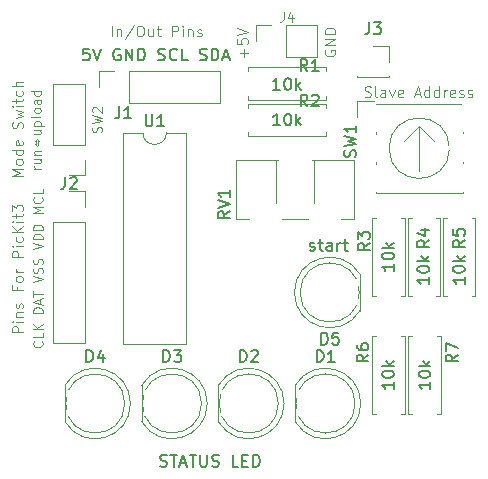
<source format=gto>
G04 #@! TF.GenerationSoftware,KiCad,Pcbnew,(5.0.0)*
G04 #@! TF.CreationDate,2019-08-04T18:22:56+09:00*
G04 #@! TF.ProjectId,ir_read_mod,69725F726561645F6D6F642E6B696361,rev?*
G04 #@! TF.SameCoordinates,Original*
G04 #@! TF.FileFunction,Legend,Top*
G04 #@! TF.FilePolarity,Positive*
%FSLAX46Y46*%
G04 Gerber Fmt 4.6, Leading zero omitted, Abs format (unit mm)*
G04 Created by KiCad (PCBNEW (5.0.0)) date 08/04/19 18:22:56*
%MOMM*%
%LPD*%
G01*
G04 APERTURE LIST*
%ADD10C,0.120000*%
%ADD11C,0.100000*%
%ADD12C,0.150000*%
%ADD13C,3.600000*%
%ADD14C,2.200000*%
%ADD15R,2.200000X2.200000*%
%ADD16R,2.100000X2.100000*%
%ADD17O,2.100000X2.100000*%
%ADD18C,2.000000*%
%ADD19O,2.000000X2.000000*%
%ADD20C,2.740000*%
%ADD21R,2.000000X2.000000*%
%ADD22R,2.500000X2.300000*%
%ADD23O,2.500000X2.300000*%
G04 APERTURE END LIST*
D10*
X64150000Y-39085714D02*
X64107142Y-39171428D01*
X64107142Y-39300000D01*
X64150000Y-39428571D01*
X64235714Y-39514285D01*
X64321428Y-39557142D01*
X64492857Y-39600000D01*
X64621428Y-39600000D01*
X64792857Y-39557142D01*
X64878571Y-39514285D01*
X64964285Y-39428571D01*
X65007142Y-39300000D01*
X65007142Y-39214285D01*
X64964285Y-39085714D01*
X64921428Y-39042857D01*
X64621428Y-39042857D01*
X64621428Y-39214285D01*
X65007142Y-38657142D02*
X64107142Y-38657142D01*
X65007142Y-38142857D01*
X64107142Y-38142857D01*
X65007142Y-37714285D02*
X64107142Y-37714285D01*
X64107142Y-37500000D01*
X64150000Y-37371428D01*
X64235714Y-37285714D01*
X64321428Y-37242857D01*
X64492857Y-37200000D01*
X64621428Y-37200000D01*
X64792857Y-37242857D01*
X64878571Y-37285714D01*
X64964285Y-37371428D01*
X65007142Y-37500000D01*
X65007142Y-37714285D01*
X57264285Y-39657142D02*
X57264285Y-38971428D01*
X57607142Y-39314285D02*
X56921428Y-39314285D01*
X56707142Y-38114285D02*
X56707142Y-38542857D01*
X57135714Y-38585714D01*
X57092857Y-38542857D01*
X57050000Y-38457142D01*
X57050000Y-38242857D01*
X57092857Y-38157142D01*
X57135714Y-38114285D01*
X57221428Y-38071428D01*
X57435714Y-38071428D01*
X57521428Y-38114285D01*
X57564285Y-38157142D01*
X57607142Y-38242857D01*
X57607142Y-38457142D01*
X57564285Y-38542857D01*
X57521428Y-38585714D01*
X56707142Y-37814285D02*
X57607142Y-37514285D01*
X56707142Y-37214285D01*
X67485714Y-43014285D02*
X67614285Y-43057142D01*
X67828571Y-43057142D01*
X67914285Y-43014285D01*
X67957142Y-42971428D01*
X68000000Y-42885714D01*
X68000000Y-42800000D01*
X67957142Y-42714285D01*
X67914285Y-42671428D01*
X67828571Y-42628571D01*
X67657142Y-42585714D01*
X67571428Y-42542857D01*
X67528571Y-42500000D01*
X67485714Y-42414285D01*
X67485714Y-42328571D01*
X67528571Y-42242857D01*
X67571428Y-42200000D01*
X67657142Y-42157142D01*
X67871428Y-42157142D01*
X68000000Y-42200000D01*
X68514285Y-43057142D02*
X68428571Y-43014285D01*
X68385714Y-42928571D01*
X68385714Y-42157142D01*
X69242857Y-43057142D02*
X69242857Y-42585714D01*
X69200000Y-42500000D01*
X69114285Y-42457142D01*
X68942857Y-42457142D01*
X68857142Y-42500000D01*
X69242857Y-43014285D02*
X69157142Y-43057142D01*
X68942857Y-43057142D01*
X68857142Y-43014285D01*
X68814285Y-42928571D01*
X68814285Y-42842857D01*
X68857142Y-42757142D01*
X68942857Y-42714285D01*
X69157142Y-42714285D01*
X69242857Y-42671428D01*
X69585714Y-42457142D02*
X69800000Y-43057142D01*
X70014285Y-42457142D01*
X70700000Y-43014285D02*
X70614285Y-43057142D01*
X70442857Y-43057142D01*
X70357142Y-43014285D01*
X70314285Y-42928571D01*
X70314285Y-42585714D01*
X70357142Y-42500000D01*
X70442857Y-42457142D01*
X70614285Y-42457142D01*
X70700000Y-42500000D01*
X70742857Y-42585714D01*
X70742857Y-42671428D01*
X70314285Y-42757142D01*
X71771428Y-42800000D02*
X72200000Y-42800000D01*
X71685714Y-43057142D02*
X71985714Y-42157142D01*
X72285714Y-43057142D01*
X72971428Y-43057142D02*
X72971428Y-42157142D01*
X72971428Y-43014285D02*
X72885714Y-43057142D01*
X72714285Y-43057142D01*
X72628571Y-43014285D01*
X72585714Y-42971428D01*
X72542857Y-42885714D01*
X72542857Y-42628571D01*
X72585714Y-42542857D01*
X72628571Y-42500000D01*
X72714285Y-42457142D01*
X72885714Y-42457142D01*
X72971428Y-42500000D01*
X73785714Y-43057142D02*
X73785714Y-42157142D01*
X73785714Y-43014285D02*
X73700000Y-43057142D01*
X73528571Y-43057142D01*
X73442857Y-43014285D01*
X73400000Y-42971428D01*
X73357142Y-42885714D01*
X73357142Y-42628571D01*
X73400000Y-42542857D01*
X73442857Y-42500000D01*
X73528571Y-42457142D01*
X73700000Y-42457142D01*
X73785714Y-42500000D01*
X74214285Y-43057142D02*
X74214285Y-42457142D01*
X74214285Y-42628571D02*
X74257142Y-42542857D01*
X74300000Y-42500000D01*
X74385714Y-42457142D01*
X74471428Y-42457142D01*
X75114285Y-43014285D02*
X75028571Y-43057142D01*
X74857142Y-43057142D01*
X74771428Y-43014285D01*
X74728571Y-42928571D01*
X74728571Y-42585714D01*
X74771428Y-42500000D01*
X74857142Y-42457142D01*
X75028571Y-42457142D01*
X75114285Y-42500000D01*
X75157142Y-42585714D01*
X75157142Y-42671428D01*
X74728571Y-42757142D01*
X75500000Y-43014285D02*
X75585714Y-43057142D01*
X75757142Y-43057142D01*
X75842857Y-43014285D01*
X75885714Y-42928571D01*
X75885714Y-42885714D01*
X75842857Y-42800000D01*
X75757142Y-42757142D01*
X75628571Y-42757142D01*
X75542857Y-42714285D01*
X75500000Y-42628571D01*
X75500000Y-42585714D01*
X75542857Y-42500000D01*
X75628571Y-42457142D01*
X75757142Y-42457142D01*
X75842857Y-42500000D01*
X76228571Y-43014285D02*
X76314285Y-43057142D01*
X76485714Y-43057142D01*
X76571428Y-43014285D01*
X76614285Y-42928571D01*
X76614285Y-42885714D01*
X76571428Y-42800000D01*
X76485714Y-42757142D01*
X76357142Y-42757142D01*
X76271428Y-42714285D01*
X76228571Y-42628571D01*
X76228571Y-42585714D01*
X76271428Y-42500000D01*
X76357142Y-42457142D01*
X76485714Y-42457142D01*
X76571428Y-42500000D01*
X46057142Y-37907142D02*
X46057142Y-37007142D01*
X46485714Y-37307142D02*
X46485714Y-37907142D01*
X46485714Y-37392857D02*
X46528571Y-37350000D01*
X46614285Y-37307142D01*
X46742857Y-37307142D01*
X46828571Y-37350000D01*
X46871428Y-37435714D01*
X46871428Y-37907142D01*
X47942857Y-36964285D02*
X47171428Y-38121428D01*
X48414285Y-37007142D02*
X48585714Y-37007142D01*
X48671428Y-37050000D01*
X48757142Y-37135714D01*
X48800000Y-37307142D01*
X48800000Y-37607142D01*
X48757142Y-37778571D01*
X48671428Y-37864285D01*
X48585714Y-37907142D01*
X48414285Y-37907142D01*
X48328571Y-37864285D01*
X48242857Y-37778571D01*
X48200000Y-37607142D01*
X48200000Y-37307142D01*
X48242857Y-37135714D01*
X48328571Y-37050000D01*
X48414285Y-37007142D01*
X49571428Y-37307142D02*
X49571428Y-37907142D01*
X49185714Y-37307142D02*
X49185714Y-37778571D01*
X49228571Y-37864285D01*
X49314285Y-37907142D01*
X49442857Y-37907142D01*
X49528571Y-37864285D01*
X49571428Y-37821428D01*
X49871428Y-37307142D02*
X50214285Y-37307142D01*
X50000000Y-37007142D02*
X50000000Y-37778571D01*
X50042857Y-37864285D01*
X50128571Y-37907142D01*
X50214285Y-37907142D01*
X51200000Y-37907142D02*
X51200000Y-37007142D01*
X51542857Y-37007142D01*
X51628571Y-37050000D01*
X51671428Y-37092857D01*
X51714285Y-37178571D01*
X51714285Y-37307142D01*
X51671428Y-37392857D01*
X51628571Y-37435714D01*
X51542857Y-37478571D01*
X51200000Y-37478571D01*
X52100000Y-37907142D02*
X52100000Y-37307142D01*
X52100000Y-37007142D02*
X52057142Y-37050000D01*
X52100000Y-37092857D01*
X52142857Y-37050000D01*
X52100000Y-37007142D01*
X52100000Y-37092857D01*
X52528571Y-37307142D02*
X52528571Y-37907142D01*
X52528571Y-37392857D02*
X52571428Y-37350000D01*
X52657142Y-37307142D01*
X52785714Y-37307142D01*
X52871428Y-37350000D01*
X52914285Y-37435714D01*
X52914285Y-37907142D01*
X53300000Y-37864285D02*
X53385714Y-37907142D01*
X53557142Y-37907142D01*
X53642857Y-37864285D01*
X53685714Y-37778571D01*
X53685714Y-37735714D01*
X53642857Y-37650000D01*
X53557142Y-37607142D01*
X53428571Y-37607142D01*
X53342857Y-37564285D01*
X53300000Y-37478571D01*
X53300000Y-37435714D01*
X53342857Y-37350000D01*
X53428571Y-37307142D01*
X53557142Y-37307142D01*
X53642857Y-37350000D01*
X38557142Y-62978571D02*
X37657142Y-62978571D01*
X37657142Y-62635714D01*
X37700000Y-62550000D01*
X37742857Y-62507142D01*
X37828571Y-62464285D01*
X37957142Y-62464285D01*
X38042857Y-62507142D01*
X38085714Y-62550000D01*
X38128571Y-62635714D01*
X38128571Y-62978571D01*
X38557142Y-62078571D02*
X37957142Y-62078571D01*
X37657142Y-62078571D02*
X37700000Y-62121428D01*
X37742857Y-62078571D01*
X37700000Y-62035714D01*
X37657142Y-62078571D01*
X37742857Y-62078571D01*
X37957142Y-61650000D02*
X38557142Y-61650000D01*
X38042857Y-61650000D02*
X38000000Y-61607142D01*
X37957142Y-61521428D01*
X37957142Y-61392857D01*
X38000000Y-61307142D01*
X38085714Y-61264285D01*
X38557142Y-61264285D01*
X38514285Y-60878571D02*
X38557142Y-60792857D01*
X38557142Y-60621428D01*
X38514285Y-60535714D01*
X38428571Y-60492857D01*
X38385714Y-60492857D01*
X38300000Y-60535714D01*
X38257142Y-60621428D01*
X38257142Y-60750000D01*
X38214285Y-60835714D01*
X38128571Y-60878571D01*
X38085714Y-60878571D01*
X38000000Y-60835714D01*
X37957142Y-60750000D01*
X37957142Y-60621428D01*
X38000000Y-60535714D01*
X38085714Y-59121428D02*
X38085714Y-59421428D01*
X38557142Y-59421428D02*
X37657142Y-59421428D01*
X37657142Y-58992857D01*
X38557142Y-58521428D02*
X38514285Y-58607142D01*
X38471428Y-58650000D01*
X38385714Y-58692857D01*
X38128571Y-58692857D01*
X38042857Y-58650000D01*
X38000000Y-58607142D01*
X37957142Y-58521428D01*
X37957142Y-58392857D01*
X38000000Y-58307142D01*
X38042857Y-58264285D01*
X38128571Y-58221428D01*
X38385714Y-58221428D01*
X38471428Y-58264285D01*
X38514285Y-58307142D01*
X38557142Y-58392857D01*
X38557142Y-58521428D01*
X38557142Y-57835714D02*
X37957142Y-57835714D01*
X38128571Y-57835714D02*
X38042857Y-57792857D01*
X38000000Y-57750000D01*
X37957142Y-57664285D01*
X37957142Y-57578571D01*
X38557142Y-56592857D02*
X37657142Y-56592857D01*
X37657142Y-56250000D01*
X37700000Y-56164285D01*
X37742857Y-56121428D01*
X37828571Y-56078571D01*
X37957142Y-56078571D01*
X38042857Y-56121428D01*
X38085714Y-56164285D01*
X38128571Y-56250000D01*
X38128571Y-56592857D01*
X38557142Y-55692857D02*
X37957142Y-55692857D01*
X37657142Y-55692857D02*
X37700000Y-55735714D01*
X37742857Y-55692857D01*
X37700000Y-55650000D01*
X37657142Y-55692857D01*
X37742857Y-55692857D01*
X38514285Y-54878571D02*
X38557142Y-54964285D01*
X38557142Y-55135714D01*
X38514285Y-55221428D01*
X38471428Y-55264285D01*
X38385714Y-55307142D01*
X38128571Y-55307142D01*
X38042857Y-55264285D01*
X38000000Y-55221428D01*
X37957142Y-55135714D01*
X37957142Y-54964285D01*
X38000000Y-54878571D01*
X38557142Y-54492857D02*
X37657142Y-54492857D01*
X38557142Y-53978571D02*
X38042857Y-54364285D01*
X37657142Y-53978571D02*
X38171428Y-54492857D01*
X38557142Y-53592857D02*
X37957142Y-53592857D01*
X37657142Y-53592857D02*
X37700000Y-53635714D01*
X37742857Y-53592857D01*
X37700000Y-53550000D01*
X37657142Y-53592857D01*
X37742857Y-53592857D01*
X37957142Y-53292857D02*
X37957142Y-52950000D01*
X37657142Y-53164285D02*
X38428571Y-53164285D01*
X38514285Y-53121428D01*
X38557142Y-53035714D01*
X38557142Y-52950000D01*
X37657142Y-52735714D02*
X37657142Y-52178571D01*
X38000000Y-52478571D01*
X38000000Y-52350000D01*
X38042857Y-52264285D01*
X38085714Y-52221428D01*
X38171428Y-52178571D01*
X38385714Y-52178571D01*
X38471428Y-52221428D01*
X38514285Y-52264285D01*
X38557142Y-52350000D01*
X38557142Y-52607142D01*
X38514285Y-52692857D01*
X38471428Y-52735714D01*
X38557142Y-49757142D02*
X37657142Y-49757142D01*
X38300000Y-49457142D01*
X37657142Y-49157142D01*
X38557142Y-49157142D01*
X38557142Y-48600000D02*
X38514285Y-48685714D01*
X38471428Y-48728571D01*
X38385714Y-48771428D01*
X38128571Y-48771428D01*
X38042857Y-48728571D01*
X38000000Y-48685714D01*
X37957142Y-48600000D01*
X37957142Y-48471428D01*
X38000000Y-48385714D01*
X38042857Y-48342857D01*
X38128571Y-48300000D01*
X38385714Y-48300000D01*
X38471428Y-48342857D01*
X38514285Y-48385714D01*
X38557142Y-48471428D01*
X38557142Y-48600000D01*
X38557142Y-47528571D02*
X37657142Y-47528571D01*
X38514285Y-47528571D02*
X38557142Y-47614285D01*
X38557142Y-47785714D01*
X38514285Y-47871428D01*
X38471428Y-47914285D01*
X38385714Y-47957142D01*
X38128571Y-47957142D01*
X38042857Y-47914285D01*
X38000000Y-47871428D01*
X37957142Y-47785714D01*
X37957142Y-47614285D01*
X38000000Y-47528571D01*
X38514285Y-46757142D02*
X38557142Y-46842857D01*
X38557142Y-47014285D01*
X38514285Y-47100000D01*
X38428571Y-47142857D01*
X38085714Y-47142857D01*
X38000000Y-47100000D01*
X37957142Y-47014285D01*
X37957142Y-46842857D01*
X38000000Y-46757142D01*
X38085714Y-46714285D01*
X38171428Y-46714285D01*
X38257142Y-47142857D01*
X38514285Y-45685714D02*
X38557142Y-45557142D01*
X38557142Y-45342857D01*
X38514285Y-45257142D01*
X38471428Y-45214285D01*
X38385714Y-45171428D01*
X38300000Y-45171428D01*
X38214285Y-45214285D01*
X38171428Y-45257142D01*
X38128571Y-45342857D01*
X38085714Y-45514285D01*
X38042857Y-45600000D01*
X38000000Y-45642857D01*
X37914285Y-45685714D01*
X37828571Y-45685714D01*
X37742857Y-45642857D01*
X37700000Y-45600000D01*
X37657142Y-45514285D01*
X37657142Y-45300000D01*
X37700000Y-45171428D01*
X37957142Y-44871428D02*
X38557142Y-44700000D01*
X38128571Y-44528571D01*
X38557142Y-44357142D01*
X37957142Y-44185714D01*
X38557142Y-43842857D02*
X37957142Y-43842857D01*
X37657142Y-43842857D02*
X37700000Y-43885714D01*
X37742857Y-43842857D01*
X37700000Y-43800000D01*
X37657142Y-43842857D01*
X37742857Y-43842857D01*
X37957142Y-43542857D02*
X37957142Y-43200000D01*
X37657142Y-43414285D02*
X38428571Y-43414285D01*
X38514285Y-43371428D01*
X38557142Y-43285714D01*
X38557142Y-43200000D01*
X38514285Y-42514285D02*
X38557142Y-42600000D01*
X38557142Y-42771428D01*
X38514285Y-42857142D01*
X38471428Y-42900000D01*
X38385714Y-42942857D01*
X38128571Y-42942857D01*
X38042857Y-42900000D01*
X38000000Y-42857142D01*
X37957142Y-42771428D01*
X37957142Y-42600000D01*
X38000000Y-42514285D01*
X38557142Y-42128571D02*
X37657142Y-42128571D01*
X38557142Y-41742857D02*
X38085714Y-41742857D01*
X38000000Y-41785714D01*
X37957142Y-41871428D01*
X37957142Y-42000000D01*
X38000000Y-42085714D01*
X38042857Y-42128571D01*
D11*
X40061904Y-49145238D02*
X39528571Y-49145238D01*
X39680952Y-49145238D02*
X39604761Y-49107142D01*
X39566666Y-49069047D01*
X39528571Y-48992857D01*
X39528571Y-48916666D01*
X39528571Y-48307142D02*
X40061904Y-48307142D01*
X39528571Y-48650000D02*
X39947619Y-48650000D01*
X40023809Y-48611904D01*
X40061904Y-48535714D01*
X40061904Y-48421428D01*
X40023809Y-48345238D01*
X39985714Y-48307142D01*
X39528571Y-47926190D02*
X40061904Y-47926190D01*
X39604761Y-47926190D02*
X39566666Y-47888095D01*
X39528571Y-47811904D01*
X39528571Y-47697619D01*
X39566666Y-47621428D01*
X39642857Y-47583333D01*
X40061904Y-47583333D01*
X39871428Y-47088095D02*
X39871428Y-46707142D01*
X39642857Y-47088095D02*
X39642857Y-46707142D01*
X39947619Y-47011904D02*
X39757142Y-47202380D01*
X39566666Y-47011904D01*
X39566666Y-46783333D02*
X39757142Y-46592857D01*
X39947619Y-46783333D01*
X39528571Y-45869047D02*
X40061904Y-45869047D01*
X39528571Y-46211904D02*
X39947619Y-46211904D01*
X40023809Y-46173809D01*
X40061904Y-46097619D01*
X40061904Y-45983333D01*
X40023809Y-45907142D01*
X39985714Y-45869047D01*
X39528571Y-45488095D02*
X40328571Y-45488095D01*
X39566666Y-45488095D02*
X39528571Y-45411904D01*
X39528571Y-45259523D01*
X39566666Y-45183333D01*
X39604761Y-45145238D01*
X39680952Y-45107142D01*
X39909523Y-45107142D01*
X39985714Y-45145238D01*
X40023809Y-45183333D01*
X40061904Y-45259523D01*
X40061904Y-45411904D01*
X40023809Y-45488095D01*
X40061904Y-44650000D02*
X40023809Y-44726190D01*
X39947619Y-44764285D01*
X39261904Y-44764285D01*
X40061904Y-44230952D02*
X40023809Y-44307142D01*
X39985714Y-44345238D01*
X39909523Y-44383333D01*
X39680952Y-44383333D01*
X39604761Y-44345238D01*
X39566666Y-44307142D01*
X39528571Y-44230952D01*
X39528571Y-44116666D01*
X39566666Y-44040476D01*
X39604761Y-44002380D01*
X39680952Y-43964285D01*
X39909523Y-43964285D01*
X39985714Y-44002380D01*
X40023809Y-44040476D01*
X40061904Y-44116666D01*
X40061904Y-44230952D01*
X40061904Y-43278571D02*
X39642857Y-43278571D01*
X39566666Y-43316666D01*
X39528571Y-43392857D01*
X39528571Y-43545238D01*
X39566666Y-43621428D01*
X40023809Y-43278571D02*
X40061904Y-43354761D01*
X40061904Y-43545238D01*
X40023809Y-43621428D01*
X39947619Y-43659523D01*
X39871428Y-43659523D01*
X39795238Y-43621428D01*
X39757142Y-43545238D01*
X39757142Y-43354761D01*
X39719047Y-43278571D01*
X40061904Y-42554761D02*
X39261904Y-42554761D01*
X40023809Y-42554761D02*
X40061904Y-42630952D01*
X40061904Y-42783333D01*
X40023809Y-42859523D01*
X39985714Y-42897619D01*
X39909523Y-42935714D01*
X39680952Y-42935714D01*
X39604761Y-42897619D01*
X39566666Y-42859523D01*
X39528571Y-42783333D01*
X39528571Y-42630952D01*
X39566666Y-42554761D01*
X40135714Y-63721428D02*
X40173809Y-63759523D01*
X40211904Y-63873809D01*
X40211904Y-63950000D01*
X40173809Y-64064285D01*
X40097619Y-64140476D01*
X40021428Y-64178571D01*
X39869047Y-64216666D01*
X39754761Y-64216666D01*
X39602380Y-64178571D01*
X39526190Y-64140476D01*
X39450000Y-64064285D01*
X39411904Y-63950000D01*
X39411904Y-63873809D01*
X39450000Y-63759523D01*
X39488095Y-63721428D01*
X40211904Y-62997619D02*
X40211904Y-63378571D01*
X39411904Y-63378571D01*
X40211904Y-62730952D02*
X39411904Y-62730952D01*
X40211904Y-62273809D02*
X39754761Y-62616666D01*
X39411904Y-62273809D02*
X39869047Y-62730952D01*
X40211904Y-61321428D02*
X39411904Y-61321428D01*
X39411904Y-61130952D01*
X39450000Y-61016666D01*
X39526190Y-60940476D01*
X39602380Y-60902380D01*
X39754761Y-60864285D01*
X39869047Y-60864285D01*
X40021428Y-60902380D01*
X40097619Y-60940476D01*
X40173809Y-61016666D01*
X40211904Y-61130952D01*
X40211904Y-61321428D01*
X39983333Y-60559523D02*
X39983333Y-60178571D01*
X40211904Y-60635714D02*
X39411904Y-60369047D01*
X40211904Y-60102380D01*
X39411904Y-59950000D02*
X39411904Y-59492857D01*
X40211904Y-59721428D02*
X39411904Y-59721428D01*
X39411904Y-58730952D02*
X40211904Y-58464285D01*
X39411904Y-58197619D01*
X40173809Y-57969047D02*
X40211904Y-57854761D01*
X40211904Y-57664285D01*
X40173809Y-57588095D01*
X40135714Y-57550000D01*
X40059523Y-57511904D01*
X39983333Y-57511904D01*
X39907142Y-57550000D01*
X39869047Y-57588095D01*
X39830952Y-57664285D01*
X39792857Y-57816666D01*
X39754761Y-57892857D01*
X39716666Y-57930952D01*
X39640476Y-57969047D01*
X39564285Y-57969047D01*
X39488095Y-57930952D01*
X39450000Y-57892857D01*
X39411904Y-57816666D01*
X39411904Y-57626190D01*
X39450000Y-57511904D01*
X40173809Y-57207142D02*
X40211904Y-57092857D01*
X40211904Y-56902380D01*
X40173809Y-56826190D01*
X40135714Y-56788095D01*
X40059523Y-56750000D01*
X39983333Y-56750000D01*
X39907142Y-56788095D01*
X39869047Y-56826190D01*
X39830952Y-56902380D01*
X39792857Y-57054761D01*
X39754761Y-57130952D01*
X39716666Y-57169047D01*
X39640476Y-57207142D01*
X39564285Y-57207142D01*
X39488095Y-57169047D01*
X39450000Y-57130952D01*
X39411904Y-57054761D01*
X39411904Y-56864285D01*
X39450000Y-56750000D01*
X39411904Y-55911904D02*
X40211904Y-55645238D01*
X39411904Y-55378571D01*
X40211904Y-55111904D02*
X39411904Y-55111904D01*
X39411904Y-54921428D01*
X39450000Y-54807142D01*
X39526190Y-54730952D01*
X39602380Y-54692857D01*
X39754761Y-54654761D01*
X39869047Y-54654761D01*
X40021428Y-54692857D01*
X40097619Y-54730952D01*
X40173809Y-54807142D01*
X40211904Y-54921428D01*
X40211904Y-55111904D01*
X40211904Y-54311904D02*
X39411904Y-54311904D01*
X39411904Y-54121428D01*
X39450000Y-54007142D01*
X39526190Y-53930952D01*
X39602380Y-53892857D01*
X39754761Y-53854761D01*
X39869047Y-53854761D01*
X40021428Y-53892857D01*
X40097619Y-53930952D01*
X40173809Y-54007142D01*
X40211904Y-54121428D01*
X40211904Y-54311904D01*
X40211904Y-52902380D02*
X39411904Y-52902380D01*
X39983333Y-52635714D01*
X39411904Y-52369047D01*
X40211904Y-52369047D01*
X40135714Y-51530952D02*
X40173809Y-51569047D01*
X40211904Y-51683333D01*
X40211904Y-51759523D01*
X40173809Y-51873809D01*
X40097619Y-51950000D01*
X40021428Y-51988095D01*
X39869047Y-52026190D01*
X39754761Y-52026190D01*
X39602380Y-51988095D01*
X39526190Y-51950000D01*
X39450000Y-51873809D01*
X39411904Y-51759523D01*
X39411904Y-51683333D01*
X39450000Y-51569047D01*
X39488095Y-51530952D01*
X40211904Y-50807142D02*
X40211904Y-51188095D01*
X39411904Y-51188095D01*
D12*
X44157142Y-38952380D02*
X43680952Y-38952380D01*
X43633333Y-39428571D01*
X43680952Y-39380952D01*
X43776190Y-39333333D01*
X44014285Y-39333333D01*
X44109523Y-39380952D01*
X44157142Y-39428571D01*
X44204761Y-39523809D01*
X44204761Y-39761904D01*
X44157142Y-39857142D01*
X44109523Y-39904761D01*
X44014285Y-39952380D01*
X43776190Y-39952380D01*
X43680952Y-39904761D01*
X43633333Y-39857142D01*
X44490476Y-38952380D02*
X44823809Y-39952380D01*
X45157142Y-38952380D01*
X46776190Y-39000000D02*
X46680952Y-38952380D01*
X46538095Y-38952380D01*
X46395238Y-39000000D01*
X46300000Y-39095238D01*
X46252380Y-39190476D01*
X46204761Y-39380952D01*
X46204761Y-39523809D01*
X46252380Y-39714285D01*
X46300000Y-39809523D01*
X46395238Y-39904761D01*
X46538095Y-39952380D01*
X46633333Y-39952380D01*
X46776190Y-39904761D01*
X46823809Y-39857142D01*
X46823809Y-39523809D01*
X46633333Y-39523809D01*
X47252380Y-39952380D02*
X47252380Y-38952380D01*
X47823809Y-39952380D01*
X47823809Y-38952380D01*
X48300000Y-39952380D02*
X48300000Y-38952380D01*
X48538095Y-38952380D01*
X48680952Y-39000000D01*
X48776190Y-39095238D01*
X48823809Y-39190476D01*
X48871428Y-39380952D01*
X48871428Y-39523809D01*
X48823809Y-39714285D01*
X48776190Y-39809523D01*
X48680952Y-39904761D01*
X48538095Y-39952380D01*
X48300000Y-39952380D01*
X50014285Y-39904761D02*
X50157142Y-39952380D01*
X50395238Y-39952380D01*
X50490476Y-39904761D01*
X50538095Y-39857142D01*
X50585714Y-39761904D01*
X50585714Y-39666666D01*
X50538095Y-39571428D01*
X50490476Y-39523809D01*
X50395238Y-39476190D01*
X50204761Y-39428571D01*
X50109523Y-39380952D01*
X50061904Y-39333333D01*
X50014285Y-39238095D01*
X50014285Y-39142857D01*
X50061904Y-39047619D01*
X50109523Y-39000000D01*
X50204761Y-38952380D01*
X50442857Y-38952380D01*
X50585714Y-39000000D01*
X51585714Y-39857142D02*
X51538095Y-39904761D01*
X51395238Y-39952380D01*
X51300000Y-39952380D01*
X51157142Y-39904761D01*
X51061904Y-39809523D01*
X51014285Y-39714285D01*
X50966666Y-39523809D01*
X50966666Y-39380952D01*
X51014285Y-39190476D01*
X51061904Y-39095238D01*
X51157142Y-39000000D01*
X51300000Y-38952380D01*
X51395238Y-38952380D01*
X51538095Y-39000000D01*
X51585714Y-39047619D01*
X52490476Y-39952380D02*
X52014285Y-39952380D01*
X52014285Y-38952380D01*
X53538095Y-39904761D02*
X53680952Y-39952380D01*
X53919047Y-39952380D01*
X54014285Y-39904761D01*
X54061904Y-39857142D01*
X54109523Y-39761904D01*
X54109523Y-39666666D01*
X54061904Y-39571428D01*
X54014285Y-39523809D01*
X53919047Y-39476190D01*
X53728571Y-39428571D01*
X53633333Y-39380952D01*
X53585714Y-39333333D01*
X53538095Y-39238095D01*
X53538095Y-39142857D01*
X53585714Y-39047619D01*
X53633333Y-39000000D01*
X53728571Y-38952380D01*
X53966666Y-38952380D01*
X54109523Y-39000000D01*
X54538095Y-39952380D02*
X54538095Y-38952380D01*
X54776190Y-38952380D01*
X54919047Y-39000000D01*
X55014285Y-39095238D01*
X55061904Y-39190476D01*
X55109523Y-39380952D01*
X55109523Y-39523809D01*
X55061904Y-39714285D01*
X55014285Y-39809523D01*
X54919047Y-39904761D01*
X54776190Y-39952380D01*
X54538095Y-39952380D01*
X55490476Y-39666666D02*
X55966666Y-39666666D01*
X55395238Y-39952380D02*
X55728571Y-38952380D01*
X56061904Y-39952380D01*
X62852380Y-56004761D02*
X62947619Y-56052380D01*
X63138095Y-56052380D01*
X63233333Y-56004761D01*
X63280952Y-55909523D01*
X63280952Y-55861904D01*
X63233333Y-55766666D01*
X63138095Y-55719047D01*
X62995238Y-55719047D01*
X62900000Y-55671428D01*
X62852380Y-55576190D01*
X62852380Y-55528571D01*
X62900000Y-55433333D01*
X62995238Y-55385714D01*
X63138095Y-55385714D01*
X63233333Y-55433333D01*
X63566666Y-55385714D02*
X63947619Y-55385714D01*
X63709523Y-55052380D02*
X63709523Y-55909523D01*
X63757142Y-56004761D01*
X63852380Y-56052380D01*
X63947619Y-56052380D01*
X64709523Y-56052380D02*
X64709523Y-55528571D01*
X64661904Y-55433333D01*
X64566666Y-55385714D01*
X64376190Y-55385714D01*
X64280952Y-55433333D01*
X64709523Y-56004761D02*
X64614285Y-56052380D01*
X64376190Y-56052380D01*
X64280952Y-56004761D01*
X64233333Y-55909523D01*
X64233333Y-55814285D01*
X64280952Y-55719047D01*
X64376190Y-55671428D01*
X64614285Y-55671428D01*
X64709523Y-55623809D01*
X65185714Y-56052380D02*
X65185714Y-55385714D01*
X65185714Y-55576190D02*
X65233333Y-55480952D01*
X65280952Y-55433333D01*
X65376190Y-55385714D01*
X65471428Y-55385714D01*
X65661904Y-55385714D02*
X66042857Y-55385714D01*
X65804761Y-55052380D02*
X65804761Y-55909523D01*
X65852380Y-56004761D01*
X65947619Y-56052380D01*
X66042857Y-56052380D01*
X50185714Y-74304761D02*
X50328571Y-74352380D01*
X50566666Y-74352380D01*
X50661904Y-74304761D01*
X50709523Y-74257142D01*
X50757142Y-74161904D01*
X50757142Y-74066666D01*
X50709523Y-73971428D01*
X50661904Y-73923809D01*
X50566666Y-73876190D01*
X50376190Y-73828571D01*
X50280952Y-73780952D01*
X50233333Y-73733333D01*
X50185714Y-73638095D01*
X50185714Y-73542857D01*
X50233333Y-73447619D01*
X50280952Y-73400000D01*
X50376190Y-73352380D01*
X50614285Y-73352380D01*
X50757142Y-73400000D01*
X51042857Y-73352380D02*
X51614285Y-73352380D01*
X51328571Y-74352380D02*
X51328571Y-73352380D01*
X51900000Y-74066666D02*
X52376190Y-74066666D01*
X51804761Y-74352380D02*
X52138095Y-73352380D01*
X52471428Y-74352380D01*
X52661904Y-73352380D02*
X53233333Y-73352380D01*
X52947619Y-74352380D02*
X52947619Y-73352380D01*
X53566666Y-73352380D02*
X53566666Y-74161904D01*
X53614285Y-74257142D01*
X53661904Y-74304761D01*
X53757142Y-74352380D01*
X53947619Y-74352380D01*
X54042857Y-74304761D01*
X54090476Y-74257142D01*
X54138095Y-74161904D01*
X54138095Y-73352380D01*
X54566666Y-74304761D02*
X54709523Y-74352380D01*
X54947619Y-74352380D01*
X55042857Y-74304761D01*
X55090476Y-74257142D01*
X55138095Y-74161904D01*
X55138095Y-74066666D01*
X55090476Y-73971428D01*
X55042857Y-73923809D01*
X54947619Y-73876190D01*
X54757142Y-73828571D01*
X54661904Y-73780952D01*
X54614285Y-73733333D01*
X54566666Y-73638095D01*
X54566666Y-73542857D01*
X54614285Y-73447619D01*
X54661904Y-73400000D01*
X54757142Y-73352380D01*
X54995238Y-73352380D01*
X55138095Y-73400000D01*
X56804761Y-74352380D02*
X56328571Y-74352380D01*
X56328571Y-73352380D01*
X57138095Y-73828571D02*
X57471428Y-73828571D01*
X57614285Y-74352380D02*
X57138095Y-74352380D01*
X57138095Y-73352380D01*
X57614285Y-73352380D01*
X58042857Y-74352380D02*
X58042857Y-73352380D01*
X58280952Y-73352380D01*
X58423809Y-73400000D01*
X58519047Y-73495238D01*
X58566666Y-73590476D01*
X58614285Y-73780952D01*
X58614285Y-73923809D01*
X58566666Y-74114285D01*
X58519047Y-74209523D01*
X58423809Y-74304761D01*
X58280952Y-74352380D01*
X58042857Y-74352380D01*
D10*
G04 #@! TO.C,D1*
X61610000Y-67455000D02*
X61610000Y-70545000D01*
X66670000Y-69000000D02*
G75*
G03X66670000Y-69000000I-2500000J0D01*
G01*
X67160000Y-68999538D02*
G75*
G02X61610000Y-70544830I-2990000J-462D01*
G01*
X67160000Y-69000462D02*
G75*
G03X61610000Y-67455170I-2990000J462D01*
G01*
G04 #@! TO.C,D2*
X60660000Y-69000462D02*
G75*
G03X55110000Y-67455170I-2990000J462D01*
G01*
X60660000Y-68999538D02*
G75*
G02X55110000Y-70544830I-2990000J-462D01*
G01*
X60170000Y-69000000D02*
G75*
G03X60170000Y-69000000I-2500000J0D01*
G01*
X55110000Y-67455000D02*
X55110000Y-70545000D01*
G04 #@! TO.C,D3*
X48610000Y-67455000D02*
X48610000Y-70545000D01*
X53670000Y-69000000D02*
G75*
G03X53670000Y-69000000I-2500000J0D01*
G01*
X54160000Y-68999538D02*
G75*
G02X48610000Y-70544830I-2990000J-462D01*
G01*
X54160000Y-69000462D02*
G75*
G03X48610000Y-67455170I-2990000J462D01*
G01*
G04 #@! TO.C,D4*
X47660000Y-69000462D02*
G75*
G03X42110000Y-67455170I-2990000J462D01*
G01*
X47660000Y-68999538D02*
G75*
G02X42110000Y-70544830I-2990000J-462D01*
G01*
X47170000Y-69000000D02*
G75*
G03X47170000Y-69000000I-2500000J0D01*
G01*
X42110000Y-67455000D02*
X42110000Y-70545000D01*
G04 #@! TO.C,D5*
X67090000Y-61145000D02*
X67090000Y-58055000D01*
X67030000Y-59600000D02*
G75*
G03X67030000Y-59600000I-2500000J0D01*
G01*
X61540000Y-59600462D02*
G75*
G02X67090000Y-58055170I2990000J462D01*
G01*
X61540000Y-59599538D02*
G75*
G03X67090000Y-61144830I2990000J-462D01*
G01*
G04 #@! TO.C,J1*
X47570000Y-43530000D02*
X47570000Y-40870000D01*
X47570000Y-43530000D02*
X55250000Y-43530000D01*
X55250000Y-43530000D02*
X55250000Y-40870000D01*
X47570000Y-40870000D02*
X55250000Y-40870000D01*
X44970000Y-40870000D02*
X46300000Y-40870000D01*
X44970000Y-42200000D02*
X44970000Y-40870000D01*
G04 #@! TO.C,J3*
X66870000Y-41380000D02*
X69530000Y-41380000D01*
X66870000Y-41260000D02*
X66870000Y-41380000D01*
X69530000Y-41260000D02*
X69530000Y-41380000D01*
X69530000Y-38720000D02*
X69530000Y-40050000D01*
X68200000Y-38720000D02*
X69530000Y-38720000D01*
G04 #@! TO.C,R1*
X57640000Y-40860000D02*
X57640000Y-40530000D01*
X57640000Y-40530000D02*
X64180000Y-40530000D01*
X64180000Y-40530000D02*
X64180000Y-40860000D01*
X57640000Y-42940000D02*
X57640000Y-43270000D01*
X57640000Y-43270000D02*
X64180000Y-43270000D01*
X64180000Y-43270000D02*
X64180000Y-42940000D01*
G04 #@! TO.C,R2*
X64180000Y-46370000D02*
X64180000Y-46040000D01*
X57640000Y-46370000D02*
X64180000Y-46370000D01*
X57640000Y-46040000D02*
X57640000Y-46370000D01*
X64180000Y-43630000D02*
X64180000Y-43960000D01*
X57640000Y-43630000D02*
X64180000Y-43630000D01*
X57640000Y-43960000D02*
X57640000Y-43630000D01*
G04 #@! TO.C,RV1*
X56579000Y-53421000D02*
X56579000Y-48380000D01*
X66620000Y-53421000D02*
X66620000Y-48380000D01*
X56579000Y-48380000D02*
X60175000Y-48380000D01*
X63025000Y-48380000D02*
X66620000Y-48380000D01*
X65525000Y-53421000D02*
X66620000Y-53421000D01*
X56579000Y-53421000D02*
X57674000Y-53421000D01*
X60526000Y-53421000D02*
X62675000Y-53421000D01*
X59980000Y-52063000D02*
X59980000Y-48380000D01*
X63220000Y-52063000D02*
X63220000Y-48380000D01*
X60526000Y-53421000D02*
X62675000Y-53421000D01*
X59980000Y-48380000D02*
X60175000Y-48380000D01*
X63025000Y-48380000D02*
X63220000Y-48380000D01*
G04 #@! TO.C,U1*
X50710000Y-46070000D02*
G75*
G02X48710000Y-46070000I-1000000J0D01*
G01*
X48710000Y-46070000D02*
X47060000Y-46070000D01*
X47060000Y-46070000D02*
X47060000Y-63970000D01*
X47060000Y-63970000D02*
X52360000Y-63970000D01*
X52360000Y-63970000D02*
X52360000Y-46070000D01*
X52360000Y-46070000D02*
X50710000Y-46070000D01*
G04 #@! TO.C,R3*
X68460000Y-59860000D02*
X68130000Y-59860000D01*
X68130000Y-59860000D02*
X68130000Y-53320000D01*
X68130000Y-53320000D02*
X68460000Y-53320000D01*
X70540000Y-59860000D02*
X70870000Y-59860000D01*
X70870000Y-59860000D02*
X70870000Y-53320000D01*
X70870000Y-53320000D02*
X70540000Y-53320000D01*
G04 #@! TO.C,R4*
X73870000Y-53320000D02*
X73540000Y-53320000D01*
X73870000Y-59860000D02*
X73870000Y-53320000D01*
X73540000Y-59860000D02*
X73870000Y-59860000D01*
X71130000Y-53320000D02*
X71460000Y-53320000D01*
X71130000Y-59860000D02*
X71130000Y-53320000D01*
X71460000Y-59860000D02*
X71130000Y-59860000D01*
G04 #@! TO.C,R5*
X74460000Y-59860000D02*
X74130000Y-59860000D01*
X74130000Y-59860000D02*
X74130000Y-53320000D01*
X74130000Y-53320000D02*
X74460000Y-53320000D01*
X76540000Y-59860000D02*
X76870000Y-59860000D01*
X76870000Y-59860000D02*
X76870000Y-53320000D01*
X76870000Y-53320000D02*
X76540000Y-53320000D01*
G04 #@! TO.C,R6*
X70870000Y-63320000D02*
X70540000Y-63320000D01*
X70870000Y-69860000D02*
X70870000Y-63320000D01*
X70540000Y-69860000D02*
X70870000Y-69860000D01*
X68130000Y-63320000D02*
X68460000Y-63320000D01*
X68130000Y-69860000D02*
X68130000Y-63320000D01*
X68460000Y-69860000D02*
X68130000Y-69860000D01*
G04 #@! TO.C,R7*
X71510000Y-69860000D02*
X71180000Y-69860000D01*
X71180000Y-69860000D02*
X71180000Y-63320000D01*
X71180000Y-63320000D02*
X71510000Y-63320000D01*
X73590000Y-69860000D02*
X73920000Y-69860000D01*
X73920000Y-69860000D02*
X73920000Y-63320000D01*
X73920000Y-63320000D02*
X73590000Y-63320000D01*
G04 #@! TO.C,SW1*
X74670000Y-47390000D02*
G75*
G03X74670000Y-47390000I-2560000J0D01*
G01*
X68440000Y-43700000D02*
X68440000Y-43620000D01*
X68440000Y-43620000D02*
X75780000Y-43620000D01*
X75780000Y-43620000D02*
X75780000Y-43700000D01*
X68440000Y-51080000D02*
X68440000Y-51160000D01*
X68440000Y-51160000D02*
X75780000Y-51160000D01*
X75780000Y-51160000D02*
X75780000Y-51080000D01*
X68440000Y-46000000D02*
X68440000Y-46240000D01*
X68440000Y-48540000D02*
X68440000Y-48780000D01*
X75780000Y-46000000D02*
X75780000Y-46240000D01*
X75780000Y-48540000D02*
X75780000Y-48780000D01*
X66880000Y-44740000D02*
X66880000Y-43370000D01*
X66880000Y-43370000D02*
X68250000Y-43370000D01*
X72110000Y-45470000D02*
X72110000Y-49310000D01*
X70830000Y-46750000D02*
X72110000Y-45470000D01*
X72110000Y-45470000D02*
X73390000Y-46750000D01*
G04 #@! TO.C,SW2*
X43780000Y-41940000D02*
X41120000Y-41940000D01*
X43780000Y-47080000D02*
X43780000Y-41940000D01*
X41120000Y-47080000D02*
X41120000Y-41940000D01*
X43780000Y-47080000D02*
X41120000Y-47080000D01*
X43780000Y-48350000D02*
X43780000Y-49680000D01*
X43780000Y-49680000D02*
X42450000Y-49680000D01*
G04 #@! TO.C,J2*
X41120000Y-53620000D02*
X43780000Y-53620000D01*
X41120000Y-53620000D02*
X41120000Y-63840000D01*
X41120000Y-63840000D02*
X43780000Y-63840000D01*
X43780000Y-53620000D02*
X43780000Y-63840000D01*
X43780000Y-51020000D02*
X43780000Y-52350000D01*
X42450000Y-51020000D02*
X43780000Y-51020000D01*
G04 #@! TO.C,J4*
X60870000Y-39630000D02*
X60870000Y-36970000D01*
X60870000Y-39630000D02*
X63470000Y-39630000D01*
X63470000Y-39630000D02*
X63470000Y-36970000D01*
X60870000Y-36970000D02*
X63470000Y-36970000D01*
X58270000Y-36970000D02*
X59600000Y-36970000D01*
X58270000Y-38300000D02*
X58270000Y-36970000D01*
G04 #@! TO.C,D1*
D12*
X63431904Y-65492380D02*
X63431904Y-64492380D01*
X63670000Y-64492380D01*
X63812857Y-64540000D01*
X63908095Y-64635238D01*
X63955714Y-64730476D01*
X64003333Y-64920952D01*
X64003333Y-65063809D01*
X63955714Y-65254285D01*
X63908095Y-65349523D01*
X63812857Y-65444761D01*
X63670000Y-65492380D01*
X63431904Y-65492380D01*
X64955714Y-65492380D02*
X64384285Y-65492380D01*
X64670000Y-65492380D02*
X64670000Y-64492380D01*
X64574761Y-64635238D01*
X64479523Y-64730476D01*
X64384285Y-64778095D01*
G04 #@! TO.C,D2*
X56931904Y-65492380D02*
X56931904Y-64492380D01*
X57170000Y-64492380D01*
X57312857Y-64540000D01*
X57408095Y-64635238D01*
X57455714Y-64730476D01*
X57503333Y-64920952D01*
X57503333Y-65063809D01*
X57455714Y-65254285D01*
X57408095Y-65349523D01*
X57312857Y-65444761D01*
X57170000Y-65492380D01*
X56931904Y-65492380D01*
X57884285Y-64587619D02*
X57931904Y-64540000D01*
X58027142Y-64492380D01*
X58265238Y-64492380D01*
X58360476Y-64540000D01*
X58408095Y-64587619D01*
X58455714Y-64682857D01*
X58455714Y-64778095D01*
X58408095Y-64920952D01*
X57836666Y-65492380D01*
X58455714Y-65492380D01*
G04 #@! TO.C,D3*
X50431904Y-65492380D02*
X50431904Y-64492380D01*
X50670000Y-64492380D01*
X50812857Y-64540000D01*
X50908095Y-64635238D01*
X50955714Y-64730476D01*
X51003333Y-64920952D01*
X51003333Y-65063809D01*
X50955714Y-65254285D01*
X50908095Y-65349523D01*
X50812857Y-65444761D01*
X50670000Y-65492380D01*
X50431904Y-65492380D01*
X51336666Y-64492380D02*
X51955714Y-64492380D01*
X51622380Y-64873333D01*
X51765238Y-64873333D01*
X51860476Y-64920952D01*
X51908095Y-64968571D01*
X51955714Y-65063809D01*
X51955714Y-65301904D01*
X51908095Y-65397142D01*
X51860476Y-65444761D01*
X51765238Y-65492380D01*
X51479523Y-65492380D01*
X51384285Y-65444761D01*
X51336666Y-65397142D01*
G04 #@! TO.C,D4*
X43931904Y-65492380D02*
X43931904Y-64492380D01*
X44170000Y-64492380D01*
X44312857Y-64540000D01*
X44408095Y-64635238D01*
X44455714Y-64730476D01*
X44503333Y-64920952D01*
X44503333Y-65063809D01*
X44455714Y-65254285D01*
X44408095Y-65349523D01*
X44312857Y-65444761D01*
X44170000Y-65492380D01*
X43931904Y-65492380D01*
X45360476Y-64825714D02*
X45360476Y-65492380D01*
X45122380Y-64444761D02*
X44884285Y-65159047D01*
X45503333Y-65159047D01*
G04 #@! TO.C,D5*
X63791904Y-64012380D02*
X63791904Y-63012380D01*
X64030000Y-63012380D01*
X64172857Y-63060000D01*
X64268095Y-63155238D01*
X64315714Y-63250476D01*
X64363333Y-63440952D01*
X64363333Y-63583809D01*
X64315714Y-63774285D01*
X64268095Y-63869523D01*
X64172857Y-63964761D01*
X64030000Y-64012380D01*
X63791904Y-64012380D01*
X65268095Y-63012380D02*
X64791904Y-63012380D01*
X64744285Y-63488571D01*
X64791904Y-63440952D01*
X64887142Y-63393333D01*
X65125238Y-63393333D01*
X65220476Y-63440952D01*
X65268095Y-63488571D01*
X65315714Y-63583809D01*
X65315714Y-63821904D01*
X65268095Y-63917142D01*
X65220476Y-63964761D01*
X65125238Y-64012380D01*
X64887142Y-64012380D01*
X64791904Y-63964761D01*
X64744285Y-63917142D01*
G04 #@! TO.C,J1*
X46716666Y-43852380D02*
X46716666Y-44566666D01*
X46669047Y-44709523D01*
X46573809Y-44804761D01*
X46430952Y-44852380D01*
X46335714Y-44852380D01*
X47716666Y-44852380D02*
X47145238Y-44852380D01*
X47430952Y-44852380D02*
X47430952Y-43852380D01*
X47335714Y-43995238D01*
X47240476Y-44090476D01*
X47145238Y-44138095D01*
G04 #@! TO.C,J3*
X67866666Y-36732380D02*
X67866666Y-37446666D01*
X67819047Y-37589523D01*
X67723809Y-37684761D01*
X67580952Y-37732380D01*
X67485714Y-37732380D01*
X68247619Y-36732380D02*
X68866666Y-36732380D01*
X68533333Y-37113333D01*
X68676190Y-37113333D01*
X68771428Y-37160952D01*
X68819047Y-37208571D01*
X68866666Y-37303809D01*
X68866666Y-37541904D01*
X68819047Y-37637142D01*
X68771428Y-37684761D01*
X68676190Y-37732380D01*
X68390476Y-37732380D01*
X68295238Y-37684761D01*
X68247619Y-37637142D01*
G04 #@! TO.C,R1*
X62633333Y-40852380D02*
X62300000Y-40376190D01*
X62061904Y-40852380D02*
X62061904Y-39852380D01*
X62442857Y-39852380D01*
X62538095Y-39900000D01*
X62585714Y-39947619D01*
X62633333Y-40042857D01*
X62633333Y-40185714D01*
X62585714Y-40280952D01*
X62538095Y-40328571D01*
X62442857Y-40376190D01*
X62061904Y-40376190D01*
X63585714Y-40852380D02*
X63014285Y-40852380D01*
X63300000Y-40852380D02*
X63300000Y-39852380D01*
X63204761Y-39995238D01*
X63109523Y-40090476D01*
X63014285Y-40138095D01*
X60304761Y-42452380D02*
X59733333Y-42452380D01*
X60019047Y-42452380D02*
X60019047Y-41452380D01*
X59923809Y-41595238D01*
X59828571Y-41690476D01*
X59733333Y-41738095D01*
X60923809Y-41452380D02*
X61019047Y-41452380D01*
X61114285Y-41500000D01*
X61161904Y-41547619D01*
X61209523Y-41642857D01*
X61257142Y-41833333D01*
X61257142Y-42071428D01*
X61209523Y-42261904D01*
X61161904Y-42357142D01*
X61114285Y-42404761D01*
X61019047Y-42452380D01*
X60923809Y-42452380D01*
X60828571Y-42404761D01*
X60780952Y-42357142D01*
X60733333Y-42261904D01*
X60685714Y-42071428D01*
X60685714Y-41833333D01*
X60733333Y-41642857D01*
X60780952Y-41547619D01*
X60828571Y-41500000D01*
X60923809Y-41452380D01*
X61685714Y-42452380D02*
X61685714Y-41452380D01*
X61780952Y-42071428D02*
X62066666Y-42452380D01*
X62066666Y-41785714D02*
X61685714Y-42166666D01*
G04 #@! TO.C,R2*
X62633333Y-43852380D02*
X62300000Y-43376190D01*
X62061904Y-43852380D02*
X62061904Y-42852380D01*
X62442857Y-42852380D01*
X62538095Y-42900000D01*
X62585714Y-42947619D01*
X62633333Y-43042857D01*
X62633333Y-43185714D01*
X62585714Y-43280952D01*
X62538095Y-43328571D01*
X62442857Y-43376190D01*
X62061904Y-43376190D01*
X63014285Y-42947619D02*
X63061904Y-42900000D01*
X63157142Y-42852380D01*
X63395238Y-42852380D01*
X63490476Y-42900000D01*
X63538095Y-42947619D01*
X63585714Y-43042857D01*
X63585714Y-43138095D01*
X63538095Y-43280952D01*
X62966666Y-43852380D01*
X63585714Y-43852380D01*
X60314761Y-45452380D02*
X59743333Y-45452380D01*
X60029047Y-45452380D02*
X60029047Y-44452380D01*
X59933809Y-44595238D01*
X59838571Y-44690476D01*
X59743333Y-44738095D01*
X60933809Y-44452380D02*
X61029047Y-44452380D01*
X61124285Y-44500000D01*
X61171904Y-44547619D01*
X61219523Y-44642857D01*
X61267142Y-44833333D01*
X61267142Y-45071428D01*
X61219523Y-45261904D01*
X61171904Y-45357142D01*
X61124285Y-45404761D01*
X61029047Y-45452380D01*
X60933809Y-45452380D01*
X60838571Y-45404761D01*
X60790952Y-45357142D01*
X60743333Y-45261904D01*
X60695714Y-45071428D01*
X60695714Y-44833333D01*
X60743333Y-44642857D01*
X60790952Y-44547619D01*
X60838571Y-44500000D01*
X60933809Y-44452380D01*
X61695714Y-45452380D02*
X61695714Y-44452380D01*
X61790952Y-45071428D02*
X62076666Y-45452380D01*
X62076666Y-44785714D02*
X61695714Y-45166666D01*
G04 #@! TO.C,RV1*
X56052380Y-52745238D02*
X55576190Y-53078571D01*
X56052380Y-53316666D02*
X55052380Y-53316666D01*
X55052380Y-52935714D01*
X55100000Y-52840476D01*
X55147619Y-52792857D01*
X55242857Y-52745238D01*
X55385714Y-52745238D01*
X55480952Y-52792857D01*
X55528571Y-52840476D01*
X55576190Y-52935714D01*
X55576190Y-53316666D01*
X55052380Y-52459523D02*
X56052380Y-52126190D01*
X55052380Y-51792857D01*
X56052380Y-50935714D02*
X56052380Y-51507142D01*
X56052380Y-51221428D02*
X55052380Y-51221428D01*
X55195238Y-51316666D01*
X55290476Y-51411904D01*
X55338095Y-51507142D01*
G04 #@! TO.C,U1*
X48948095Y-44522380D02*
X48948095Y-45331904D01*
X48995714Y-45427142D01*
X49043333Y-45474761D01*
X49138571Y-45522380D01*
X49329047Y-45522380D01*
X49424285Y-45474761D01*
X49471904Y-45427142D01*
X49519523Y-45331904D01*
X49519523Y-44522380D01*
X50519523Y-45522380D02*
X49948095Y-45522380D01*
X50233809Y-45522380D02*
X50233809Y-44522380D01*
X50138571Y-44665238D01*
X50043333Y-44760476D01*
X49948095Y-44808095D01*
G04 #@! TO.C,R3*
X67902380Y-55416666D02*
X67426190Y-55750000D01*
X67902380Y-55988095D02*
X66902380Y-55988095D01*
X66902380Y-55607142D01*
X66950000Y-55511904D01*
X66997619Y-55464285D01*
X67092857Y-55416666D01*
X67235714Y-55416666D01*
X67330952Y-55464285D01*
X67378571Y-55511904D01*
X67426190Y-55607142D01*
X67426190Y-55988095D01*
X66902380Y-55083333D02*
X66902380Y-54464285D01*
X67283333Y-54797619D01*
X67283333Y-54654761D01*
X67330952Y-54559523D01*
X67378571Y-54511904D01*
X67473809Y-54464285D01*
X67711904Y-54464285D01*
X67807142Y-54511904D01*
X67854761Y-54559523D01*
X67902380Y-54654761D01*
X67902380Y-54940476D01*
X67854761Y-55035714D01*
X67807142Y-55083333D01*
X69952380Y-57185238D02*
X69952380Y-57756666D01*
X69952380Y-57470952D02*
X68952380Y-57470952D01*
X69095238Y-57566190D01*
X69190476Y-57661428D01*
X69238095Y-57756666D01*
X68952380Y-56566190D02*
X68952380Y-56470952D01*
X69000000Y-56375714D01*
X69047619Y-56328095D01*
X69142857Y-56280476D01*
X69333333Y-56232857D01*
X69571428Y-56232857D01*
X69761904Y-56280476D01*
X69857142Y-56328095D01*
X69904761Y-56375714D01*
X69952380Y-56470952D01*
X69952380Y-56566190D01*
X69904761Y-56661428D01*
X69857142Y-56709047D01*
X69761904Y-56756666D01*
X69571428Y-56804285D01*
X69333333Y-56804285D01*
X69142857Y-56756666D01*
X69047619Y-56709047D01*
X69000000Y-56661428D01*
X68952380Y-56566190D01*
X69952380Y-55804285D02*
X68952380Y-55804285D01*
X69571428Y-55709047D02*
X69952380Y-55423333D01*
X69285714Y-55423333D02*
X69666666Y-55804285D01*
G04 #@! TO.C,R4*
X72952380Y-55166666D02*
X72476190Y-55500000D01*
X72952380Y-55738095D02*
X71952380Y-55738095D01*
X71952380Y-55357142D01*
X72000000Y-55261904D01*
X72047619Y-55214285D01*
X72142857Y-55166666D01*
X72285714Y-55166666D01*
X72380952Y-55214285D01*
X72428571Y-55261904D01*
X72476190Y-55357142D01*
X72476190Y-55738095D01*
X72285714Y-54309523D02*
X72952380Y-54309523D01*
X71904761Y-54547619D02*
X72619047Y-54785714D01*
X72619047Y-54166666D01*
X72952380Y-58295238D02*
X72952380Y-58866666D01*
X72952380Y-58580952D02*
X71952380Y-58580952D01*
X72095238Y-58676190D01*
X72190476Y-58771428D01*
X72238095Y-58866666D01*
X71952380Y-57676190D02*
X71952380Y-57580952D01*
X72000000Y-57485714D01*
X72047619Y-57438095D01*
X72142857Y-57390476D01*
X72333333Y-57342857D01*
X72571428Y-57342857D01*
X72761904Y-57390476D01*
X72857142Y-57438095D01*
X72904761Y-57485714D01*
X72952380Y-57580952D01*
X72952380Y-57676190D01*
X72904761Y-57771428D01*
X72857142Y-57819047D01*
X72761904Y-57866666D01*
X72571428Y-57914285D01*
X72333333Y-57914285D01*
X72142857Y-57866666D01*
X72047619Y-57819047D01*
X72000000Y-57771428D01*
X71952380Y-57676190D01*
X72952380Y-56914285D02*
X71952380Y-56914285D01*
X72571428Y-56819047D02*
X72952380Y-56533333D01*
X72285714Y-56533333D02*
X72666666Y-56914285D01*
G04 #@! TO.C,R5*
X75952380Y-55166666D02*
X75476190Y-55500000D01*
X75952380Y-55738095D02*
X74952380Y-55738095D01*
X74952380Y-55357142D01*
X75000000Y-55261904D01*
X75047619Y-55214285D01*
X75142857Y-55166666D01*
X75285714Y-55166666D01*
X75380952Y-55214285D01*
X75428571Y-55261904D01*
X75476190Y-55357142D01*
X75476190Y-55738095D01*
X74952380Y-54261904D02*
X74952380Y-54738095D01*
X75428571Y-54785714D01*
X75380952Y-54738095D01*
X75333333Y-54642857D01*
X75333333Y-54404761D01*
X75380952Y-54309523D01*
X75428571Y-54261904D01*
X75523809Y-54214285D01*
X75761904Y-54214285D01*
X75857142Y-54261904D01*
X75904761Y-54309523D01*
X75952380Y-54404761D01*
X75952380Y-54642857D01*
X75904761Y-54738095D01*
X75857142Y-54785714D01*
X75952380Y-58295238D02*
X75952380Y-58866666D01*
X75952380Y-58580952D02*
X74952380Y-58580952D01*
X75095238Y-58676190D01*
X75190476Y-58771428D01*
X75238095Y-58866666D01*
X74952380Y-57676190D02*
X74952380Y-57580952D01*
X75000000Y-57485714D01*
X75047619Y-57438095D01*
X75142857Y-57390476D01*
X75333333Y-57342857D01*
X75571428Y-57342857D01*
X75761904Y-57390476D01*
X75857142Y-57438095D01*
X75904761Y-57485714D01*
X75952380Y-57580952D01*
X75952380Y-57676190D01*
X75904761Y-57771428D01*
X75857142Y-57819047D01*
X75761904Y-57866666D01*
X75571428Y-57914285D01*
X75333333Y-57914285D01*
X75142857Y-57866666D01*
X75047619Y-57819047D01*
X75000000Y-57771428D01*
X74952380Y-57676190D01*
X75952380Y-56914285D02*
X74952380Y-56914285D01*
X75571428Y-56819047D02*
X75952380Y-56533333D01*
X75285714Y-56533333D02*
X75666666Y-56914285D01*
G04 #@! TO.C,R6*
X67802380Y-64866666D02*
X67326190Y-65200000D01*
X67802380Y-65438095D02*
X66802380Y-65438095D01*
X66802380Y-65057142D01*
X66850000Y-64961904D01*
X66897619Y-64914285D01*
X66992857Y-64866666D01*
X67135714Y-64866666D01*
X67230952Y-64914285D01*
X67278571Y-64961904D01*
X67326190Y-65057142D01*
X67326190Y-65438095D01*
X66802380Y-64009523D02*
X66802380Y-64200000D01*
X66850000Y-64295238D01*
X66897619Y-64342857D01*
X67040476Y-64438095D01*
X67230952Y-64485714D01*
X67611904Y-64485714D01*
X67707142Y-64438095D01*
X67754761Y-64390476D01*
X67802380Y-64295238D01*
X67802380Y-64104761D01*
X67754761Y-64009523D01*
X67707142Y-63961904D01*
X67611904Y-63914285D01*
X67373809Y-63914285D01*
X67278571Y-63961904D01*
X67230952Y-64009523D01*
X67183333Y-64104761D01*
X67183333Y-64295238D01*
X67230952Y-64390476D01*
X67278571Y-64438095D01*
X67373809Y-64485714D01*
X69952380Y-67185238D02*
X69952380Y-67756666D01*
X69952380Y-67470952D02*
X68952380Y-67470952D01*
X69095238Y-67566190D01*
X69190476Y-67661428D01*
X69238095Y-67756666D01*
X68952380Y-66566190D02*
X68952380Y-66470952D01*
X69000000Y-66375714D01*
X69047619Y-66328095D01*
X69142857Y-66280476D01*
X69333333Y-66232857D01*
X69571428Y-66232857D01*
X69761904Y-66280476D01*
X69857142Y-66328095D01*
X69904761Y-66375714D01*
X69952380Y-66470952D01*
X69952380Y-66566190D01*
X69904761Y-66661428D01*
X69857142Y-66709047D01*
X69761904Y-66756666D01*
X69571428Y-66804285D01*
X69333333Y-66804285D01*
X69142857Y-66756666D01*
X69047619Y-66709047D01*
X69000000Y-66661428D01*
X68952380Y-66566190D01*
X69952380Y-65804285D02*
X68952380Y-65804285D01*
X69571428Y-65709047D02*
X69952380Y-65423333D01*
X69285714Y-65423333D02*
X69666666Y-65804285D01*
G04 #@! TO.C,R7*
X75352380Y-64866666D02*
X74876190Y-65200000D01*
X75352380Y-65438095D02*
X74352380Y-65438095D01*
X74352380Y-65057142D01*
X74400000Y-64961904D01*
X74447619Y-64914285D01*
X74542857Y-64866666D01*
X74685714Y-64866666D01*
X74780952Y-64914285D01*
X74828571Y-64961904D01*
X74876190Y-65057142D01*
X74876190Y-65438095D01*
X74352380Y-64533333D02*
X74352380Y-63866666D01*
X75352380Y-64295238D01*
X73052380Y-67185238D02*
X73052380Y-67756666D01*
X73052380Y-67470952D02*
X72052380Y-67470952D01*
X72195238Y-67566190D01*
X72290476Y-67661428D01*
X72338095Y-67756666D01*
X72052380Y-66566190D02*
X72052380Y-66470952D01*
X72100000Y-66375714D01*
X72147619Y-66328095D01*
X72242857Y-66280476D01*
X72433333Y-66232857D01*
X72671428Y-66232857D01*
X72861904Y-66280476D01*
X72957142Y-66328095D01*
X73004761Y-66375714D01*
X73052380Y-66470952D01*
X73052380Y-66566190D01*
X73004761Y-66661428D01*
X72957142Y-66709047D01*
X72861904Y-66756666D01*
X72671428Y-66804285D01*
X72433333Y-66804285D01*
X72242857Y-66756666D01*
X72147619Y-66709047D01*
X72100000Y-66661428D01*
X72052380Y-66566190D01*
X73052380Y-65804285D02*
X72052380Y-65804285D01*
X72671428Y-65709047D02*
X73052380Y-65423333D01*
X72385714Y-65423333D02*
X72766666Y-65804285D01*
G04 #@! TO.C,SW1*
X66704761Y-48133333D02*
X66752380Y-47990476D01*
X66752380Y-47752380D01*
X66704761Y-47657142D01*
X66657142Y-47609523D01*
X66561904Y-47561904D01*
X66466666Y-47561904D01*
X66371428Y-47609523D01*
X66323809Y-47657142D01*
X66276190Y-47752380D01*
X66228571Y-47942857D01*
X66180952Y-48038095D01*
X66133333Y-48085714D01*
X66038095Y-48133333D01*
X65942857Y-48133333D01*
X65847619Y-48085714D01*
X65800000Y-48038095D01*
X65752380Y-47942857D01*
X65752380Y-47704761D01*
X65800000Y-47561904D01*
X65752380Y-47228571D02*
X66752380Y-46990476D01*
X66038095Y-46800000D01*
X66752380Y-46609523D01*
X65752380Y-46371428D01*
X66752380Y-45466666D02*
X66752380Y-46038095D01*
X66752380Y-45752380D02*
X65752380Y-45752380D01*
X65895238Y-45847619D01*
X65990476Y-45942857D01*
X66038095Y-46038095D01*
G04 #@! TO.C,SW2*
D11*
X45173809Y-46016666D02*
X45211904Y-45902380D01*
X45211904Y-45711904D01*
X45173809Y-45635714D01*
X45135714Y-45597619D01*
X45059523Y-45559523D01*
X44983333Y-45559523D01*
X44907142Y-45597619D01*
X44869047Y-45635714D01*
X44830952Y-45711904D01*
X44792857Y-45864285D01*
X44754761Y-45940476D01*
X44716666Y-45978571D01*
X44640476Y-46016666D01*
X44564285Y-46016666D01*
X44488095Y-45978571D01*
X44450000Y-45940476D01*
X44411904Y-45864285D01*
X44411904Y-45673809D01*
X44450000Y-45559523D01*
X44411904Y-45292857D02*
X45211904Y-45102380D01*
X44640476Y-44950000D01*
X45211904Y-44797619D01*
X44411904Y-44607142D01*
X44488095Y-44340476D02*
X44450000Y-44302380D01*
X44411904Y-44226190D01*
X44411904Y-44035714D01*
X44450000Y-43959523D01*
X44488095Y-43921428D01*
X44564285Y-43883333D01*
X44640476Y-43883333D01*
X44754761Y-43921428D01*
X45211904Y-44378571D01*
X45211904Y-43883333D01*
G04 #@! TO.C,J2*
D12*
X42116666Y-49852380D02*
X42116666Y-50566666D01*
X42069047Y-50709523D01*
X41973809Y-50804761D01*
X41830952Y-50852380D01*
X41735714Y-50852380D01*
X42545238Y-49947619D02*
X42592857Y-49900000D01*
X42688095Y-49852380D01*
X42926190Y-49852380D01*
X43021428Y-49900000D01*
X43069047Y-49947619D01*
X43116666Y-50042857D01*
X43116666Y-50138095D01*
X43069047Y-50280952D01*
X42497619Y-50852380D01*
X43116666Y-50852380D01*
G04 #@! TO.C,J4*
D11*
X60633333Y-35861904D02*
X60633333Y-36433333D01*
X60595238Y-36547619D01*
X60519047Y-36623809D01*
X60404761Y-36661904D01*
X60328571Y-36661904D01*
X61357142Y-36128571D02*
X61357142Y-36661904D01*
X61166666Y-35823809D02*
X60976190Y-36395238D01*
X61471428Y-36395238D01*
G04 #@! TD*
%LPC*%
D13*
G04 #@! TO.C,hole2*
X75400000Y-38400000D03*
G04 #@! TD*
G04 #@! TO.C,hole4*
X75400000Y-74400000D03*
G04 #@! TD*
G04 #@! TO.C,hole3*
X39400000Y-74400000D03*
G04 #@! TD*
D14*
G04 #@! TO.C,D1*
X65440000Y-69000000D03*
D15*
X62900000Y-69000000D03*
G04 #@! TD*
G04 #@! TO.C,D2*
X56400000Y-69000000D03*
D14*
X58940000Y-69000000D03*
G04 #@! TD*
G04 #@! TO.C,D3*
X52440000Y-69000000D03*
D15*
X49900000Y-69000000D03*
G04 #@! TD*
G04 #@! TO.C,D4*
X43400000Y-69000000D03*
D14*
X45940000Y-69000000D03*
G04 #@! TD*
G04 #@! TO.C,D5*
X63260000Y-59600000D03*
D15*
X65800000Y-59600000D03*
G04 #@! TD*
D16*
G04 #@! TO.C,J1*
X46300000Y-42200000D03*
D17*
X48840000Y-42200000D03*
X51380000Y-42200000D03*
X53920000Y-42200000D03*
G04 #@! TD*
D16*
G04 #@! TO.C,J3*
X68200000Y-40050000D03*
G04 #@! TD*
D15*
G04 #@! TO.C,Q1*
X59300000Y-59600000D03*
D14*
X56760000Y-59600000D03*
G04 #@! TD*
D18*
G04 #@! TO.C,R1*
X57100000Y-41900000D03*
D19*
X64720000Y-41900000D03*
G04 #@! TD*
G04 #@! TO.C,R2*
X64720000Y-45000000D03*
D18*
X57100000Y-45000000D03*
G04 #@! TD*
D20*
G04 #@! TO.C,RV1*
X64100000Y-53300000D03*
X61600000Y-48300000D03*
X59100000Y-53300000D03*
G04 #@! TD*
D21*
G04 #@! TO.C,U1*
X45900000Y-47400000D03*
D19*
X53520000Y-62640000D03*
X45900000Y-49940000D03*
X53520000Y-60100000D03*
X45900000Y-52480000D03*
X53520000Y-57560000D03*
X45900000Y-55020000D03*
X53520000Y-55020000D03*
X45900000Y-57560000D03*
X53520000Y-52480000D03*
X45900000Y-60100000D03*
X53520000Y-49940000D03*
X45900000Y-62640000D03*
X53520000Y-47400000D03*
G04 #@! TD*
D13*
G04 #@! TO.C,hole1*
X39400000Y-38400000D03*
G04 #@! TD*
D18*
G04 #@! TO.C,R3*
X69500000Y-60400000D03*
D19*
X69500000Y-52780000D03*
G04 #@! TD*
G04 #@! TO.C,R4*
X72500000Y-52780000D03*
D18*
X72500000Y-60400000D03*
G04 #@! TD*
G04 #@! TO.C,R5*
X75500000Y-60400000D03*
D19*
X75500000Y-52780000D03*
G04 #@! TD*
G04 #@! TO.C,R6*
X69500000Y-62780000D03*
D18*
X69500000Y-70400000D03*
G04 #@! TD*
G04 #@! TO.C,R7*
X72550000Y-70400000D03*
D19*
X72550000Y-62780000D03*
G04 #@! TD*
D22*
G04 #@! TO.C,SW1*
X68300000Y-44850000D03*
D23*
X75920000Y-44850000D03*
X68300000Y-47390000D03*
X75920000Y-47390000D03*
X68300000Y-49930000D03*
X75920000Y-49930000D03*
G04 #@! TD*
D16*
G04 #@! TO.C,SW2*
X42450000Y-48350000D03*
D17*
X42450000Y-45810000D03*
X42450000Y-43270000D03*
G04 #@! TD*
D16*
G04 #@! TO.C,J2*
X42450000Y-52350000D03*
D17*
X42450000Y-54890000D03*
X42450000Y-57430000D03*
X42450000Y-59970000D03*
X42450000Y-62510000D03*
G04 #@! TD*
D16*
G04 #@! TO.C,J4*
X59600000Y-38300000D03*
D17*
X62140000Y-38300000D03*
G04 #@! TD*
M02*

</source>
